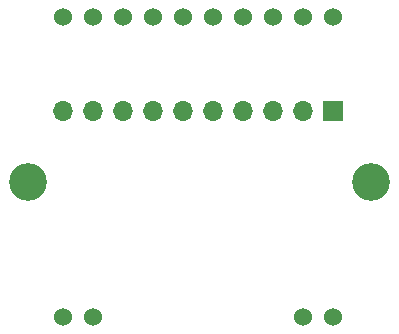
<source format=gbr>
G04 #@! TF.FileFunction,Soldermask,Bot*
%FSLAX46Y46*%
G04 Gerber Fmt 4.6, Leading zero omitted, Abs format (unit mm)*
G04 Created by KiCad (PCBNEW 4.0.7) date 01/27/18 18:52:57*
%MOMM*%
%LPD*%
G01*
G04 APERTURE LIST*
%ADD10C,0.076200*%
%ADD11C,1.524000*%
%ADD12C,3.200000*%
%ADD13R,1.700000X1.700000*%
%ADD14O,1.700000X1.700000*%
G04 APERTURE END LIST*
D10*
D11*
X139970000Y-116400000D03*
X162830000Y-91000000D03*
X160290000Y-91000000D03*
X157750000Y-91000000D03*
X155210000Y-91000000D03*
X152670000Y-91000000D03*
X150130000Y-91000000D03*
X147590000Y-91000000D03*
X145050000Y-91000000D03*
X142510000Y-91000000D03*
X139970000Y-91000000D03*
X142510000Y-116400000D03*
X160290000Y-116400000D03*
X162830000Y-116400000D03*
D12*
X166000000Y-105000000D03*
X137000000Y-105000000D03*
D13*
X162814000Y-98933000D03*
D14*
X160274000Y-98933000D03*
X157734000Y-98933000D03*
X155194000Y-98933000D03*
X152654000Y-98933000D03*
X150114000Y-98933000D03*
X147574000Y-98933000D03*
X145034000Y-98933000D03*
X142494000Y-98933000D03*
X139954000Y-98933000D03*
M02*

</source>
